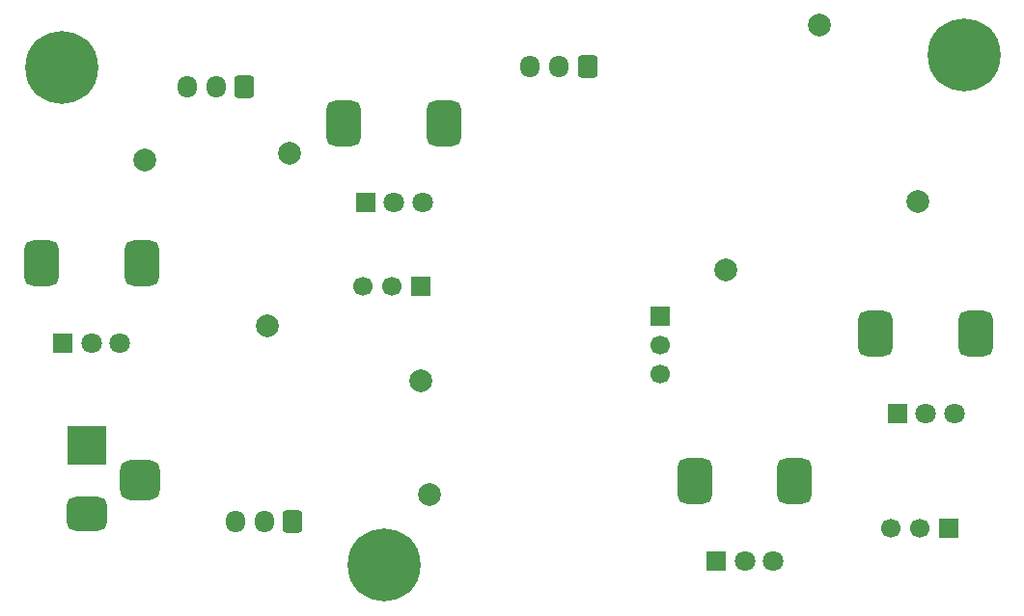
<source format=gbr>
%TF.GenerationSoftware,KiCad,Pcbnew,9.0.4*%
%TF.CreationDate,2025-10-06T02:07:33-06:00*%
%TF.ProjectId,Levitation_Analog_v1,4c657669-7461-4746-996f-6e5f416e616c,rev?*%
%TF.SameCoordinates,Original*%
%TF.FileFunction,Soldermask,Bot*%
%TF.FilePolarity,Negative*%
%FSLAX46Y46*%
G04 Gerber Fmt 4.6, Leading zero omitted, Abs format (unit mm)*
G04 Created by KiCad (PCBNEW 9.0.4) date 2025-10-06 02:07:33*
%MOMM*%
%LPD*%
G01*
G04 APERTURE LIST*
G04 Aperture macros list*
%AMRoundRect*
0 Rectangle with rounded corners*
0 $1 Rounding radius*
0 $2 $3 $4 $5 $6 $7 $8 $9 X,Y pos of 4 corners*
0 Add a 4 corners polygon primitive as box body*
4,1,4,$2,$3,$4,$5,$6,$7,$8,$9,$2,$3,0*
0 Add four circle primitives for the rounded corners*
1,1,$1+$1,$2,$3*
1,1,$1+$1,$4,$5*
1,1,$1+$1,$6,$7*
1,1,$1+$1,$8,$9*
0 Add four rect primitives between the rounded corners*
20,1,$1+$1,$2,$3,$4,$5,0*
20,1,$1+$1,$4,$5,$6,$7,0*
20,1,$1+$1,$6,$7,$8,$9,0*
20,1,$1+$1,$8,$9,$2,$3,0*%
G04 Aperture macros list end*
%ADD10C,2.000000*%
%ADD11R,1.800000X1.800000*%
%ADD12C,1.800000*%
%ADD13RoundRect,0.750000X0.750000X-1.250000X0.750000X1.250000X-0.750000X1.250000X-0.750000X-1.250000X0*%
%ADD14C,6.400000*%
%ADD15R,1.700000X1.700000*%
%ADD16C,1.700000*%
%ADD17RoundRect,0.250000X0.600000X0.725000X-0.600000X0.725000X-0.600000X-0.725000X0.600000X-0.725000X0*%
%ADD18O,1.700000X1.950000*%
%ADD19R,3.500000X3.500000*%
%ADD20RoundRect,0.750000X1.000000X-0.750000X1.000000X0.750000X-1.000000X0.750000X-1.000000X-0.750000X0*%
%ADD21RoundRect,0.875000X0.875000X-0.875000X0.875000X0.875000X-0.875000X0.875000X-0.875000X-0.875000X0*%
G04 APERTURE END LIST*
D10*
%TO.C,TP7*%
X114130000Y-67560000D03*
%TD*%
%TO.C,TP8*%
X173340000Y-55720000D03*
%TD*%
D11*
%TO.C,RV3*%
X164250000Y-102760000D03*
D12*
X166750000Y-102760000D03*
X169250000Y-102760000D03*
D13*
X162350000Y-95760000D03*
X171150000Y-95760000D03*
%TD*%
D14*
%TO.C,H3*%
X135130000Y-103090000D03*
%TD*%
D11*
%TO.C,RV1*%
X133510000Y-71280000D03*
D12*
X136010000Y-71280000D03*
X138510000Y-71280000D03*
D13*
X131610000Y-64280000D03*
X140410000Y-64280000D03*
%TD*%
D10*
%TO.C,TP1*%
X124840000Y-82080000D03*
%TD*%
%TO.C,TP6*%
X126810000Y-66920000D03*
%TD*%
D15*
%TO.C,J2*%
X138380000Y-78640000D03*
D16*
X135840000Y-78640000D03*
X133300000Y-78640000D03*
%TD*%
D15*
%TO.C,J3*%
X184690000Y-99880000D03*
D16*
X182150000Y-99880000D03*
X179610000Y-99880000D03*
%TD*%
D17*
%TO.C,J1*%
X122880000Y-61120000D03*
D18*
X120380000Y-61120000D03*
X117880000Y-61120000D03*
%TD*%
D11*
%TO.C,RV4*%
X180130000Y-89790000D03*
D12*
X182630000Y-89790000D03*
X185130000Y-89790000D03*
D13*
X178230000Y-82790000D03*
X187030000Y-82790000D03*
%TD*%
D11*
%TO.C,RV2*%
X106970000Y-83630000D03*
D12*
X109470000Y-83630000D03*
X111970000Y-83630000D03*
D13*
X105070000Y-76630000D03*
X113870000Y-76630000D03*
%TD*%
D10*
%TO.C,TP5*%
X139100000Y-96880000D03*
%TD*%
%TO.C,TP3*%
X138340000Y-86880000D03*
%TD*%
%TO.C,TP2*%
X181940000Y-71170000D03*
%TD*%
D19*
%TO.C,J7*%
X109032500Y-92600000D03*
D20*
X109032500Y-98600000D03*
D21*
X113732500Y-95600000D03*
%TD*%
D14*
%TO.C,H2*%
X185970000Y-58310000D03*
%TD*%
%TO.C,H1*%
X106840000Y-59380000D03*
%TD*%
D17*
%TO.C,J4*%
X127110000Y-99300000D03*
D18*
X124610000Y-99300000D03*
X122110000Y-99300000D03*
%TD*%
D15*
%TO.C,J6*%
X159380000Y-81260000D03*
D16*
X159380000Y-83800000D03*
X159380000Y-86340000D03*
%TD*%
D10*
%TO.C,TP4*%
X165120000Y-77220000D03*
%TD*%
D17*
%TO.C,J5*%
X152950000Y-59340000D03*
D18*
X150450000Y-59340000D03*
X147950000Y-59340000D03*
%TD*%
M02*

</source>
